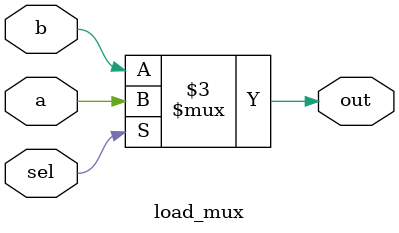
<source format=v>
`timescale 1ns / 1ps

module load_mux(
    input sel,a,b,
    output reg out
    );
    
    always @(*)begin
        if(sel) out=a;
        else out=b;
    end
    
endmodule

</source>
